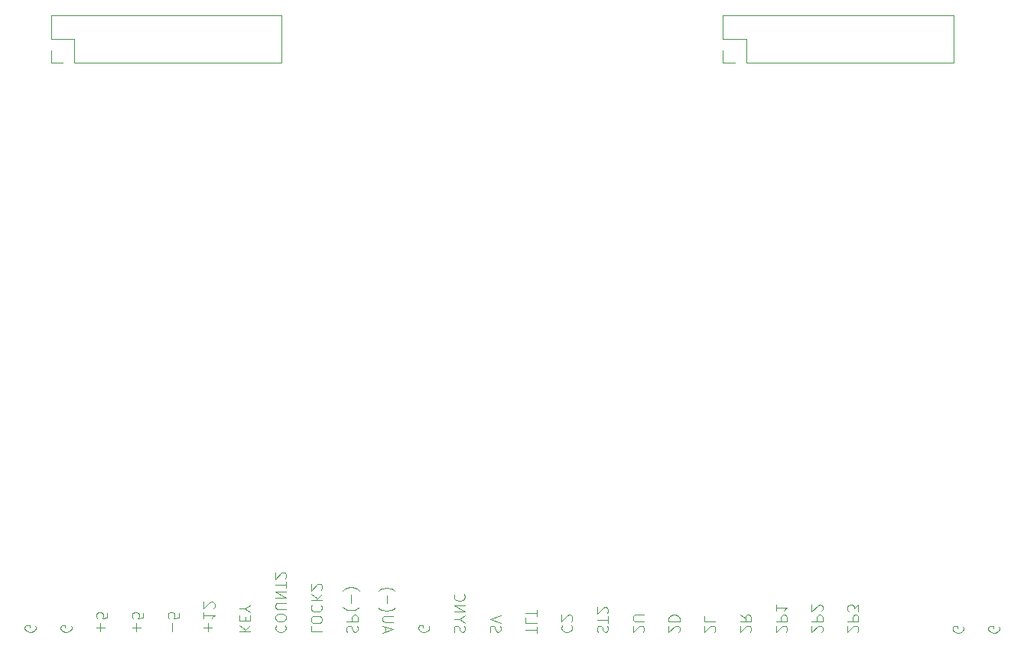
<source format=gbr>
%TF.GenerationSoftware,KiCad,Pcbnew,(5.1.9)-1*%
%TF.CreationDate,2021-07-10T01:48:30+09:00*%
%TF.ProjectId,invader-haichigae,696e7661-6465-4722-9d68-616963686967,rev?*%
%TF.SameCoordinates,Original*%
%TF.FileFunction,Legend,Bot*%
%TF.FilePolarity,Positive*%
%FSLAX46Y46*%
G04 Gerber Fmt 4.6, Leading zero omitted, Abs format (unit mm)*
G04 Created by KiCad (PCBNEW (5.1.9)-1) date 2021-07-10 01:48:30*
%MOMM*%
%LPD*%
G01*
G04 APERTURE LIST*
%ADD10C,0.120000*%
%ADD11C,0.101600*%
G04 APERTURE END LIST*
D10*
%TO.C,J5*%
X42662500Y-109850500D02*
X42662500Y-112450500D01*
X42662500Y-109850500D02*
X68182500Y-109850500D01*
X68182500Y-109850500D02*
X68182500Y-115050500D01*
X45262500Y-115050500D02*
X68182500Y-115050500D01*
X45262500Y-112450500D02*
X45262500Y-115050500D01*
X42662500Y-112450500D02*
X45262500Y-112450500D01*
X42662500Y-115050500D02*
X43992500Y-115050500D01*
X42662500Y-113720500D02*
X42662500Y-115050500D01*
%TO.C,J4*%
X117062500Y-109850500D02*
X117062500Y-112450500D01*
X117062500Y-109850500D02*
X142582500Y-109850500D01*
X142582500Y-109850500D02*
X142582500Y-115050500D01*
X119662500Y-115050500D02*
X142582500Y-115050500D01*
X119662500Y-112450500D02*
X119662500Y-115050500D01*
X117062500Y-112450500D02*
X119662500Y-112450500D01*
X117062500Y-115050500D02*
X118392500Y-115050500D01*
X117062500Y-113720500D02*
X117062500Y-115050500D01*
%TO.C,JAMMA2*%
D11*
X131948297Y-178124650D02*
X132005750Y-178067198D01*
X132063202Y-177952293D01*
X132063202Y-177665031D01*
X132005750Y-177550126D01*
X131948297Y-177492674D01*
X131833392Y-177435221D01*
X131718488Y-177435221D01*
X131546130Y-177492674D01*
X130856702Y-178182102D01*
X130856702Y-177435221D01*
X130856702Y-176918150D02*
X132063202Y-176918150D01*
X132063202Y-176458531D01*
X132005750Y-176343626D01*
X131948297Y-176286174D01*
X131833392Y-176228721D01*
X131661035Y-176228721D01*
X131546130Y-176286174D01*
X131488678Y-176343626D01*
X131431226Y-176458531D01*
X131431226Y-176918150D01*
X132063202Y-175826555D02*
X132063202Y-175079674D01*
X131603583Y-175481840D01*
X131603583Y-175309483D01*
X131546130Y-175194579D01*
X131488678Y-175137126D01*
X131373773Y-175079674D01*
X131086511Y-175079674D01*
X130971607Y-175137126D01*
X130914154Y-175194579D01*
X130856702Y-175309483D01*
X130856702Y-175654198D01*
X130914154Y-175769102D01*
X130971607Y-175826555D01*
X127988297Y-178124650D02*
X128045750Y-178067198D01*
X128103202Y-177952293D01*
X128103202Y-177665031D01*
X128045750Y-177550126D01*
X127988297Y-177492674D01*
X127873392Y-177435221D01*
X127758488Y-177435221D01*
X127586130Y-177492674D01*
X126896702Y-178182102D01*
X126896702Y-177435221D01*
X126896702Y-176918150D02*
X128103202Y-176918150D01*
X128103202Y-176458531D01*
X128045750Y-176343626D01*
X127988297Y-176286174D01*
X127873392Y-176228721D01*
X127701035Y-176228721D01*
X127586130Y-176286174D01*
X127528678Y-176343626D01*
X127471226Y-176458531D01*
X127471226Y-176918150D01*
X127988297Y-175769102D02*
X128045750Y-175711650D01*
X128103202Y-175596745D01*
X128103202Y-175309483D01*
X128045750Y-175194579D01*
X127988297Y-175137126D01*
X127873392Y-175079674D01*
X127758488Y-175079674D01*
X127586130Y-175137126D01*
X126896702Y-175826555D01*
X126896702Y-175079674D01*
X124028297Y-178124650D02*
X124085750Y-178067198D01*
X124143202Y-177952293D01*
X124143202Y-177665031D01*
X124085750Y-177550126D01*
X124028297Y-177492674D01*
X123913392Y-177435221D01*
X123798488Y-177435221D01*
X123626130Y-177492674D01*
X122936702Y-178182102D01*
X122936702Y-177435221D01*
X122936702Y-176918150D02*
X124143202Y-176918150D01*
X124143202Y-176458531D01*
X124085750Y-176343626D01*
X124028297Y-176286174D01*
X123913392Y-176228721D01*
X123741035Y-176228721D01*
X123626130Y-176286174D01*
X123568678Y-176343626D01*
X123511226Y-176458531D01*
X123511226Y-176918150D01*
X122936702Y-175079674D02*
X122936702Y-175769102D01*
X122936702Y-175424388D02*
X124143202Y-175424388D01*
X123970845Y-175539293D01*
X123855940Y-175654198D01*
X123798488Y-175769102D01*
X120068297Y-178124650D02*
X120125750Y-178067198D01*
X120183202Y-177952293D01*
X120183202Y-177665031D01*
X120125750Y-177550126D01*
X120068297Y-177492674D01*
X119953392Y-177435221D01*
X119838488Y-177435221D01*
X119666130Y-177492674D01*
X118976702Y-178182102D01*
X118976702Y-177435221D01*
X118976702Y-176228721D02*
X119551226Y-176630888D01*
X118976702Y-176918150D02*
X120183202Y-176918150D01*
X120183202Y-176458531D01*
X120125750Y-176343626D01*
X120068297Y-176286174D01*
X119953392Y-176228721D01*
X119781035Y-176228721D01*
X119666130Y-176286174D01*
X119608678Y-176343626D01*
X119551226Y-176458531D01*
X119551226Y-176918150D01*
X116108297Y-178124650D02*
X116165750Y-178067198D01*
X116223202Y-177952293D01*
X116223202Y-177665031D01*
X116165750Y-177550126D01*
X116108297Y-177492674D01*
X115993392Y-177435221D01*
X115878488Y-177435221D01*
X115706130Y-177492674D01*
X115016702Y-178182102D01*
X115016702Y-177435221D01*
X115016702Y-176343626D02*
X115016702Y-176918150D01*
X116223202Y-176918150D01*
X112148297Y-178124650D02*
X112205750Y-178067198D01*
X112263202Y-177952293D01*
X112263202Y-177665031D01*
X112205750Y-177550126D01*
X112148297Y-177492674D01*
X112033392Y-177435221D01*
X111918488Y-177435221D01*
X111746130Y-177492674D01*
X111056702Y-178182102D01*
X111056702Y-177435221D01*
X111056702Y-176918150D02*
X112263202Y-176918150D01*
X112263202Y-176630888D01*
X112205750Y-176458531D01*
X112090845Y-176343626D01*
X111975940Y-176286174D01*
X111746130Y-176228721D01*
X111573773Y-176228721D01*
X111343964Y-176286174D01*
X111229059Y-176343626D01*
X111114154Y-176458531D01*
X111056702Y-176630888D01*
X111056702Y-176918150D01*
X108188297Y-178124650D02*
X108245750Y-178067198D01*
X108303202Y-177952293D01*
X108303202Y-177665031D01*
X108245750Y-177550126D01*
X108188297Y-177492674D01*
X108073392Y-177435221D01*
X107958488Y-177435221D01*
X107786130Y-177492674D01*
X107096702Y-178182102D01*
X107096702Y-177435221D01*
X108303202Y-176918150D02*
X107326511Y-176918150D01*
X107211607Y-176860698D01*
X107154154Y-176803245D01*
X107096702Y-176688340D01*
X107096702Y-176458531D01*
X107154154Y-176343626D01*
X107211607Y-176286174D01*
X107326511Y-176228721D01*
X108303202Y-176228721D01*
X103194154Y-178124650D02*
X103136702Y-177952293D01*
X103136702Y-177665031D01*
X103194154Y-177550126D01*
X103251607Y-177492674D01*
X103366511Y-177435221D01*
X103481416Y-177435221D01*
X103596321Y-177492674D01*
X103653773Y-177550126D01*
X103711226Y-177665031D01*
X103768678Y-177894840D01*
X103826130Y-178009745D01*
X103883583Y-178067198D01*
X103998488Y-178124650D01*
X104113392Y-178124650D01*
X104228297Y-178067198D01*
X104285750Y-178009745D01*
X104343202Y-177894840D01*
X104343202Y-177607579D01*
X104285750Y-177435221D01*
X104343202Y-177090507D02*
X104343202Y-176401079D01*
X103136702Y-176745793D02*
X104343202Y-176745793D01*
X104228297Y-176056364D02*
X104285750Y-175998912D01*
X104343202Y-175884007D01*
X104343202Y-175596745D01*
X104285750Y-175481840D01*
X104228297Y-175424388D01*
X104113392Y-175366936D01*
X103998488Y-175366936D01*
X103826130Y-175424388D01*
X103136702Y-176113817D01*
X103136702Y-175366936D01*
X99291607Y-177377769D02*
X99234154Y-177435221D01*
X99176702Y-177607579D01*
X99176702Y-177722483D01*
X99234154Y-177894840D01*
X99349059Y-178009745D01*
X99463964Y-178067198D01*
X99693773Y-178124650D01*
X99866130Y-178124650D01*
X100095940Y-178067198D01*
X100210845Y-178009745D01*
X100325750Y-177894840D01*
X100383202Y-177722483D01*
X100383202Y-177607579D01*
X100325750Y-177435221D01*
X100268297Y-177377769D01*
X100268297Y-176918150D02*
X100325750Y-176860698D01*
X100383202Y-176745793D01*
X100383202Y-176458531D01*
X100325750Y-176343626D01*
X100268297Y-176286174D01*
X100153392Y-176228721D01*
X100038488Y-176228721D01*
X99866130Y-176286174D01*
X99176702Y-176975602D01*
X99176702Y-176228721D01*
X96423202Y-178239555D02*
X96423202Y-177550126D01*
X95216702Y-177894840D02*
X96423202Y-177894840D01*
X95216702Y-176573436D02*
X95216702Y-177147960D01*
X96423202Y-177147960D01*
X96423202Y-176343626D02*
X96423202Y-175654198D01*
X95216702Y-175998912D02*
X96423202Y-175998912D01*
X91314154Y-178124650D02*
X91256702Y-177952293D01*
X91256702Y-177665031D01*
X91314154Y-177550126D01*
X91371607Y-177492674D01*
X91486511Y-177435221D01*
X91601416Y-177435221D01*
X91716321Y-177492674D01*
X91773773Y-177550126D01*
X91831226Y-177665031D01*
X91888678Y-177894840D01*
X91946130Y-178009745D01*
X92003583Y-178067198D01*
X92118488Y-178124650D01*
X92233392Y-178124650D01*
X92348297Y-178067198D01*
X92405750Y-178009745D01*
X92463202Y-177894840D01*
X92463202Y-177607579D01*
X92405750Y-177435221D01*
X92463202Y-177090507D02*
X91256702Y-176688340D01*
X92463202Y-176286174D01*
X87354154Y-178124650D02*
X87296702Y-177952293D01*
X87296702Y-177665031D01*
X87354154Y-177550126D01*
X87411607Y-177492674D01*
X87526511Y-177435221D01*
X87641416Y-177435221D01*
X87756321Y-177492674D01*
X87813773Y-177550126D01*
X87871226Y-177665031D01*
X87928678Y-177894840D01*
X87986130Y-178009745D01*
X88043583Y-178067198D01*
X88158488Y-178124650D01*
X88273392Y-178124650D01*
X88388297Y-178067198D01*
X88445750Y-178009745D01*
X88503202Y-177894840D01*
X88503202Y-177607579D01*
X88445750Y-177435221D01*
X87871226Y-176688340D02*
X87296702Y-176688340D01*
X88503202Y-177090507D02*
X87871226Y-176688340D01*
X88503202Y-176286174D01*
X87296702Y-175884007D02*
X88503202Y-175884007D01*
X87296702Y-175194579D01*
X88503202Y-175194579D01*
X87411607Y-173930626D02*
X87354154Y-173988079D01*
X87296702Y-174160436D01*
X87296702Y-174275340D01*
X87354154Y-174447698D01*
X87469059Y-174562602D01*
X87583964Y-174620055D01*
X87813773Y-174677507D01*
X87986130Y-174677507D01*
X88215940Y-174620055D01*
X88330845Y-174562602D01*
X88445750Y-174447698D01*
X88503202Y-174275340D01*
X88503202Y-174160436D01*
X88445750Y-173988079D01*
X88388297Y-173930626D01*
X84485750Y-177435221D02*
X84543202Y-177550126D01*
X84543202Y-177722483D01*
X84485750Y-177894840D01*
X84370845Y-178009745D01*
X84255940Y-178067198D01*
X84026130Y-178124650D01*
X83853773Y-178124650D01*
X83623964Y-178067198D01*
X83509059Y-178009745D01*
X83394154Y-177894840D01*
X83336702Y-177722483D01*
X83336702Y-177607579D01*
X83394154Y-177435221D01*
X83451607Y-177377769D01*
X83853773Y-177377769D01*
X83853773Y-177607579D01*
X79721416Y-178124650D02*
X79721416Y-177550126D01*
X79376702Y-178239555D02*
X80583202Y-177837388D01*
X79376702Y-177435221D01*
X80583202Y-177033055D02*
X79606511Y-177033055D01*
X79491607Y-176975602D01*
X79434154Y-176918150D01*
X79376702Y-176803245D01*
X79376702Y-176573436D01*
X79434154Y-176458531D01*
X79491607Y-176401079D01*
X79606511Y-176343626D01*
X80583202Y-176343626D01*
X78917083Y-175424388D02*
X78974535Y-175481840D01*
X79146892Y-175596745D01*
X79261797Y-175654198D01*
X79434154Y-175711650D01*
X79721416Y-175769102D01*
X79951226Y-175769102D01*
X80238488Y-175711650D01*
X80410845Y-175654198D01*
X80525750Y-175596745D01*
X80698107Y-175481840D01*
X80755559Y-175424388D01*
X79836321Y-174964769D02*
X79836321Y-174045531D01*
X78917083Y-173585912D02*
X78974535Y-173528460D01*
X79146892Y-173413555D01*
X79261797Y-173356102D01*
X79434154Y-173298650D01*
X79721416Y-173241198D01*
X79951226Y-173241198D01*
X80238488Y-173298650D01*
X80410845Y-173356102D01*
X80525750Y-173413555D01*
X80698107Y-173528460D01*
X80755559Y-173585912D01*
X75474154Y-178124650D02*
X75416702Y-177952293D01*
X75416702Y-177665031D01*
X75474154Y-177550126D01*
X75531607Y-177492674D01*
X75646511Y-177435221D01*
X75761416Y-177435221D01*
X75876321Y-177492674D01*
X75933773Y-177550126D01*
X75991226Y-177665031D01*
X76048678Y-177894840D01*
X76106130Y-178009745D01*
X76163583Y-178067198D01*
X76278488Y-178124650D01*
X76393392Y-178124650D01*
X76508297Y-178067198D01*
X76565750Y-178009745D01*
X76623202Y-177894840D01*
X76623202Y-177607579D01*
X76565750Y-177435221D01*
X75416702Y-176918150D02*
X76623202Y-176918150D01*
X76623202Y-176458531D01*
X76565750Y-176343626D01*
X76508297Y-176286174D01*
X76393392Y-176228721D01*
X76221035Y-176228721D01*
X76106130Y-176286174D01*
X76048678Y-176343626D01*
X75991226Y-176458531D01*
X75991226Y-176918150D01*
X74957083Y-175366936D02*
X75014535Y-175424388D01*
X75186892Y-175539293D01*
X75301797Y-175596745D01*
X75474154Y-175654198D01*
X75761416Y-175711650D01*
X75991226Y-175711650D01*
X76278488Y-175654198D01*
X76450845Y-175596745D01*
X76565750Y-175539293D01*
X76738107Y-175424388D01*
X76795559Y-175366936D01*
X75876321Y-174907317D02*
X75876321Y-173988079D01*
X74957083Y-173528460D02*
X75014535Y-173471007D01*
X75186892Y-173356102D01*
X75301797Y-173298650D01*
X75474154Y-173241198D01*
X75761416Y-173183745D01*
X75991226Y-173183745D01*
X76278488Y-173241198D01*
X76450845Y-173298650D01*
X76565750Y-173356102D01*
X76738107Y-173471007D01*
X76795559Y-173528460D01*
X71456702Y-177492674D02*
X71456702Y-178067198D01*
X72663202Y-178067198D01*
X72663202Y-176860698D02*
X72663202Y-176630888D01*
X72605750Y-176515983D01*
X72490845Y-176401079D01*
X72261035Y-176343626D01*
X71858869Y-176343626D01*
X71629059Y-176401079D01*
X71514154Y-176515983D01*
X71456702Y-176630888D01*
X71456702Y-176860698D01*
X71514154Y-176975602D01*
X71629059Y-177090507D01*
X71858869Y-177147960D01*
X72261035Y-177147960D01*
X72490845Y-177090507D01*
X72605750Y-176975602D01*
X72663202Y-176860698D01*
X71571607Y-175137126D02*
X71514154Y-175194579D01*
X71456702Y-175366936D01*
X71456702Y-175481840D01*
X71514154Y-175654198D01*
X71629059Y-175769102D01*
X71743964Y-175826555D01*
X71973773Y-175884007D01*
X72146130Y-175884007D01*
X72375940Y-175826555D01*
X72490845Y-175769102D01*
X72605750Y-175654198D01*
X72663202Y-175481840D01*
X72663202Y-175366936D01*
X72605750Y-175194579D01*
X72548297Y-175137126D01*
X71456702Y-174620055D02*
X72663202Y-174620055D01*
X71456702Y-173930626D02*
X72146130Y-174447698D01*
X72663202Y-173930626D02*
X71973773Y-174620055D01*
X72548297Y-173471007D02*
X72605750Y-173413555D01*
X72663202Y-173298650D01*
X72663202Y-173011388D01*
X72605750Y-172896483D01*
X72548297Y-172839031D01*
X72433392Y-172781579D01*
X72318488Y-172781579D01*
X72146130Y-172839031D01*
X71456702Y-173528460D01*
X71456702Y-172781579D01*
X67611607Y-177377769D02*
X67554154Y-177435221D01*
X67496702Y-177607579D01*
X67496702Y-177722483D01*
X67554154Y-177894840D01*
X67669059Y-178009745D01*
X67783964Y-178067198D01*
X68013773Y-178124650D01*
X68186130Y-178124650D01*
X68415940Y-178067198D01*
X68530845Y-178009745D01*
X68645750Y-177894840D01*
X68703202Y-177722483D01*
X68703202Y-177607579D01*
X68645750Y-177435221D01*
X68588297Y-177377769D01*
X68703202Y-176630888D02*
X68703202Y-176401079D01*
X68645750Y-176286174D01*
X68530845Y-176171269D01*
X68301035Y-176113817D01*
X67898869Y-176113817D01*
X67669059Y-176171269D01*
X67554154Y-176286174D01*
X67496702Y-176401079D01*
X67496702Y-176630888D01*
X67554154Y-176745793D01*
X67669059Y-176860698D01*
X67898869Y-176918150D01*
X68301035Y-176918150D01*
X68530845Y-176860698D01*
X68645750Y-176745793D01*
X68703202Y-176630888D01*
X68703202Y-175596745D02*
X67726511Y-175596745D01*
X67611607Y-175539293D01*
X67554154Y-175481840D01*
X67496702Y-175366936D01*
X67496702Y-175137126D01*
X67554154Y-175022221D01*
X67611607Y-174964769D01*
X67726511Y-174907317D01*
X68703202Y-174907317D01*
X67496702Y-174332793D02*
X68703202Y-174332793D01*
X67496702Y-173643364D01*
X68703202Y-173643364D01*
X68703202Y-173241198D02*
X68703202Y-172551769D01*
X67496702Y-172896483D02*
X68703202Y-172896483D01*
X68588297Y-172207055D02*
X68645750Y-172149602D01*
X68703202Y-172034698D01*
X68703202Y-171747436D01*
X68645750Y-171632531D01*
X68588297Y-171575079D01*
X68473392Y-171517626D01*
X68358488Y-171517626D01*
X68186130Y-171575079D01*
X67496702Y-172264507D01*
X67496702Y-171517626D01*
X63536702Y-178067198D02*
X64743202Y-178067198D01*
X63536702Y-177377769D02*
X64226130Y-177894840D01*
X64743202Y-177377769D02*
X64053773Y-178067198D01*
X64168678Y-176860698D02*
X64168678Y-176458531D01*
X63536702Y-176286174D02*
X63536702Y-176860698D01*
X64743202Y-176860698D01*
X64743202Y-176286174D01*
X64111226Y-175539293D02*
X63536702Y-175539293D01*
X64743202Y-175941460D02*
X64111226Y-175539293D01*
X64743202Y-175137126D01*
X60036321Y-178067198D02*
X60036321Y-177147960D01*
X59576702Y-177607579D02*
X60495940Y-177607579D01*
X59576702Y-175941460D02*
X59576702Y-176630888D01*
X59576702Y-176286174D02*
X60783202Y-176286174D01*
X60610845Y-176401079D01*
X60495940Y-176515983D01*
X60438488Y-176630888D01*
X60668297Y-175481840D02*
X60725750Y-175424388D01*
X60783202Y-175309483D01*
X60783202Y-175022221D01*
X60725750Y-174907317D01*
X60668297Y-174849864D01*
X60553392Y-174792412D01*
X60438488Y-174792412D01*
X60266130Y-174849864D01*
X59576702Y-175539293D01*
X59576702Y-174792412D01*
X56076321Y-178067198D02*
X56076321Y-177147960D01*
X56823202Y-175998912D02*
X56823202Y-176573436D01*
X56248678Y-176630888D01*
X56306130Y-176573436D01*
X56363583Y-176458531D01*
X56363583Y-176171269D01*
X56306130Y-176056364D01*
X56248678Y-175998912D01*
X56133773Y-175941460D01*
X55846511Y-175941460D01*
X55731607Y-175998912D01*
X55674154Y-176056364D01*
X55616702Y-176171269D01*
X55616702Y-176458531D01*
X55674154Y-176573436D01*
X55731607Y-176630888D01*
X52116321Y-178067198D02*
X52116321Y-177147960D01*
X51656702Y-177607579D02*
X52575940Y-177607579D01*
X52863202Y-175998912D02*
X52863202Y-176573436D01*
X52288678Y-176630888D01*
X52346130Y-176573436D01*
X52403583Y-176458531D01*
X52403583Y-176171269D01*
X52346130Y-176056364D01*
X52288678Y-175998912D01*
X52173773Y-175941460D01*
X51886511Y-175941460D01*
X51771607Y-175998912D01*
X51714154Y-176056364D01*
X51656702Y-176171269D01*
X51656702Y-176458531D01*
X51714154Y-176573436D01*
X51771607Y-176630888D01*
X48156321Y-178067198D02*
X48156321Y-177147960D01*
X47696702Y-177607579D02*
X48615940Y-177607579D01*
X48903202Y-175998912D02*
X48903202Y-176573436D01*
X48328678Y-176630888D01*
X48386130Y-176573436D01*
X48443583Y-176458531D01*
X48443583Y-176171269D01*
X48386130Y-176056364D01*
X48328678Y-175998912D01*
X48213773Y-175941460D01*
X47926511Y-175941460D01*
X47811607Y-175998912D01*
X47754154Y-176056364D01*
X47696702Y-176171269D01*
X47696702Y-176458531D01*
X47754154Y-176573436D01*
X47811607Y-176630888D01*
X44885750Y-177435221D02*
X44943202Y-177550126D01*
X44943202Y-177722483D01*
X44885750Y-177894840D01*
X44770845Y-178009745D01*
X44655940Y-178067198D01*
X44426130Y-178124650D01*
X44253773Y-178124650D01*
X44023964Y-178067198D01*
X43909059Y-178009745D01*
X43794154Y-177894840D01*
X43736702Y-177722483D01*
X43736702Y-177607579D01*
X43794154Y-177435221D01*
X43851607Y-177377769D01*
X44253773Y-177377769D01*
X44253773Y-177607579D01*
X40925750Y-177435221D02*
X40983202Y-177550126D01*
X40983202Y-177722483D01*
X40925750Y-177894840D01*
X40810845Y-178009745D01*
X40695940Y-178067198D01*
X40466130Y-178124650D01*
X40293773Y-178124650D01*
X40063964Y-178067198D01*
X39949059Y-178009745D01*
X39834154Y-177894840D01*
X39776702Y-177722483D01*
X39776702Y-177607579D01*
X39834154Y-177435221D01*
X39891607Y-177377769D01*
X40293773Y-177377769D01*
X40293773Y-177607579D01*
X147605750Y-177515221D02*
X147663202Y-177630126D01*
X147663202Y-177802483D01*
X147605750Y-177974840D01*
X147490845Y-178089745D01*
X147375940Y-178147198D01*
X147146130Y-178204650D01*
X146973773Y-178204650D01*
X146743964Y-178147198D01*
X146629059Y-178089745D01*
X146514154Y-177974840D01*
X146456702Y-177802483D01*
X146456702Y-177687579D01*
X146514154Y-177515221D01*
X146571607Y-177457769D01*
X146973773Y-177457769D01*
X146973773Y-177687579D01*
X143645750Y-177515221D02*
X143703202Y-177630126D01*
X143703202Y-177802483D01*
X143645750Y-177974840D01*
X143530845Y-178089745D01*
X143415940Y-178147198D01*
X143186130Y-178204650D01*
X143013773Y-178204650D01*
X142783964Y-178147198D01*
X142669059Y-178089745D01*
X142554154Y-177974840D01*
X142496702Y-177802483D01*
X142496702Y-177687579D01*
X142554154Y-177515221D01*
X142611607Y-177457769D01*
X143013773Y-177457769D01*
X143013773Y-177687579D01*
%TD*%
M02*

</source>
